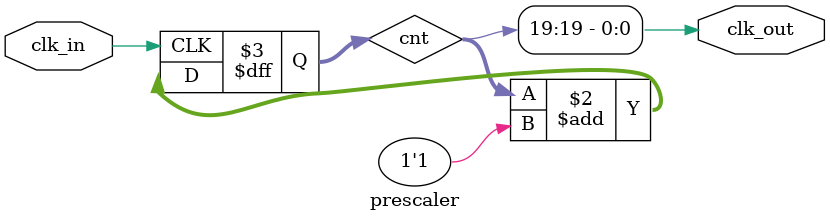
<source format=v>
`default_nettype none

module prescaler #(parameter WIDTH = 20) (
  input wire  clk_in,
  output wire clk_out
  );
  
  reg [WIDTH-1:0] cnt;
  
  assign clk_out = cnt[WIDTH-1];
  
  always @(posedge clk_in) begin
    cnt <= cnt + 1'b1;
  end
endmodule

</source>
